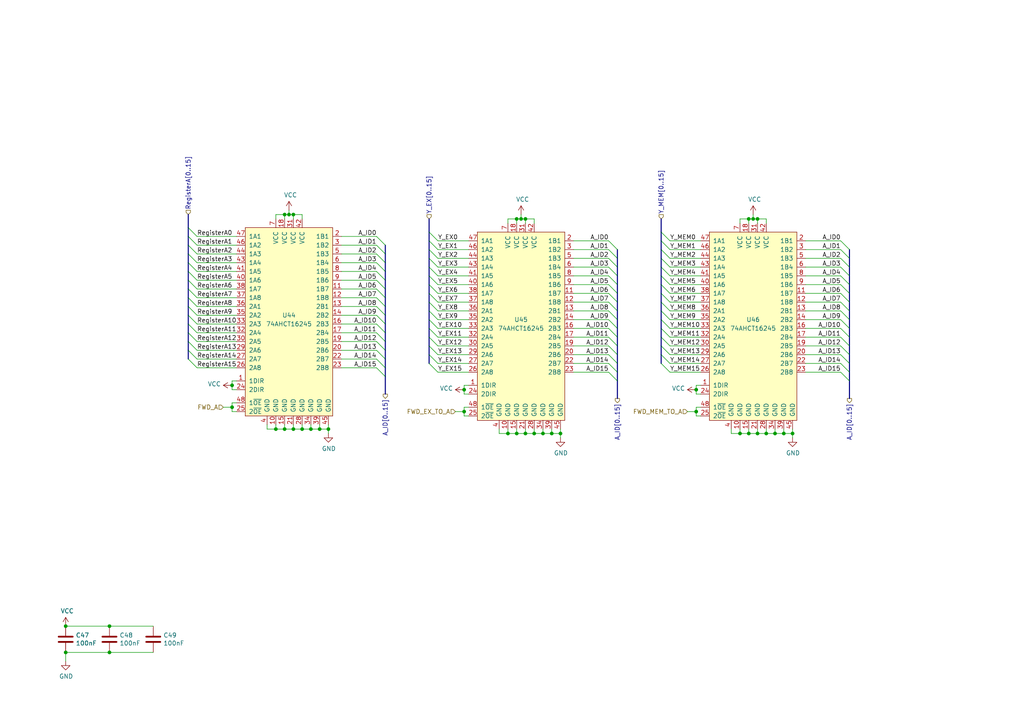
<source format=kicad_sch>
(kicad_sch (version 20211123) (generator eeschema)
  (paper "A4")
  (title_block (date "2022-04-23") (rev "C"))
  (lib_symbols
    (symbol "74xx (kicad5):74AHCT16245_ab" (pin_names (offset 1.016))
      (property "Reference" "U" (at 0 1.27 0))
      (property "Value" "74AHCT16245_ab" (at 0 -1.27 0))
      (symbol "74AHCT16245_ab_0_1"
        (rectangle (start -12.7 26.67) (end 12.7 -27.94) (fill (type background)))
      )
      (symbol "74AHCT16245_ab_1_1"
        (pin input line (at -15.24 -17.78 0) (length 2.54) (name "1DIR") (number "1"))
        (pin power_in line (at -3.81 -30.48 90) (length 2.54) (name "GND") (number "10"))
        (pin tri_state line (at 15.24 8.89 180) (length 2.54) (name "1B7") (number "11"))
        (pin tri_state line (at 15.24 6.35 180) (length 2.54) (name "1B8") (number "12"))
        (pin tri_state line (at 15.24 3.81 180) (length 2.54) (name "2B1") (number "13"))
        (pin tri_state line (at 15.24 1.27 180) (length 2.54) (name "2B2") (number "14"))
        (pin power_in line (at -1.27 -30.48 90) (length 2.54) (name "GND") (number "15"))
        (pin tri_state line (at 15.24 -1.27 180) (length 2.54) (name "2B3") (number "16"))
        (pin tri_state line (at 15.24 -3.81 180) (length 2.54) (name "2B4") (number "17"))
        (pin power_in line (at -1.27 29.21 270) (length 2.54) (name "VCC") (number "18"))
        (pin tri_state line (at 15.24 -6.35 180) (length 2.54) (name "2B5") (number "19"))
        (pin tri_state line (at 15.24 24.13 180) (length 2.54) (name "1B1") (number "2"))
        (pin tri_state line (at 15.24 -8.89 180) (length 2.54) (name "2B6") (number "20"))
        (pin power_in line (at 1.27 -30.48 90) (length 2.54) (name "GND") (number "21"))
        (pin tri_state line (at 15.24 -11.43 180) (length 2.54) (name "2B7") (number "22"))
        (pin tri_state line (at 15.24 -13.97 180) (length 2.54) (name "2B8") (number "23"))
        (pin input line (at -15.24 -20.32 0) (length 2.54) (name "2DIR") (number "24"))
        (pin input line (at -15.24 -26.67 0) (length 2.54) (name "2~{OE}") (number "25"))
        (pin input line (at -15.24 -13.97 0) (length 2.54) (name "2A8") (number "26"))
        (pin input line (at -15.24 -11.43 0) (length 2.54) (name "2A7") (number "27"))
        (pin power_in line (at 3.81 -30.48 90) (length 2.54) (name "GND") (number "28"))
        (pin input line (at -15.24 -8.89 0) (length 2.54) (name "2A6") (number "29"))
        (pin tri_state line (at 15.24 21.59 180) (length 2.54) (name "1B2") (number "3"))
        (pin input line (at -15.24 -6.35 0) (length 2.54) (name "2A5") (number "30"))
        (pin power_in line (at 1.27 29.21 270) (length 2.54) (name "VCC") (number "31"))
        (pin input line (at -15.24 -3.81 0) (length 2.54) (name "2A4") (number "32"))
        (pin input line (at -15.24 -1.27 0) (length 2.54) (name "2A3") (number "33"))
        (pin power_in line (at 6.35 -30.48 90) (length 2.54) (name "GND") (number "34"))
        (pin input line (at -15.24 1.27 0) (length 2.54) (name "2A2") (number "35"))
        (pin input line (at -15.24 3.81 0) (length 2.54) (name "2A1") (number "36"))
        (pin input line (at -15.24 6.35 0) (length 2.54) (name "1A8") (number "37"))
        (pin input line (at -15.24 8.89 0) (length 2.54) (name "1A7") (number "38"))
        (pin power_in line (at 8.89 -30.48 90) (length 2.54) (name "GND") (number "39"))
        (pin power_in line (at -6.35 -30.48 90) (length 2.54) (name "GND") (number "4"))
        (pin input line (at -15.24 11.43 0) (length 2.54) (name "1A6") (number "40"))
        (pin input line (at -15.24 13.97 0) (length 2.54) (name "1A5") (number "41"))
        (pin power_in line (at 3.81 29.21 270) (length 2.54) (name "VCC") (number "42"))
        (pin input line (at -15.24 16.51 0) (length 2.54) (name "1A4") (number "43"))
        (pin input line (at -15.24 19.05 0) (length 2.54) (name "1A3") (number "44"))
        (pin power_in line (at 11.43 -30.48 90) (length 2.54) (name "GND") (number "45"))
        (pin input line (at -15.24 21.59 0) (length 2.54) (name "1A2") (number "46"))
        (pin input line (at -15.24 24.13 0) (length 2.54) (name "1A1") (number "47"))
        (pin input line (at -15.24 -24.13 0) (length 2.54) (name "1~{OE}") (number "48"))
        (pin tri_state line (at 15.24 19.05 180) (length 2.54) (name "1B3") (number "5"))
        (pin tri_state line (at 15.24 16.51 180) (length 2.54) (name "1B4") (number "6"))
        (pin power_in line (at -3.81 29.21 270) (length 2.54) (name "VCC") (number "7"))
        (pin tri_state line (at 15.24 13.97 180) (length 2.54) (name "1B5") (number "8"))
        (pin tri_state line (at 15.24 11.43 180) (length 2.54) (name "1B6") (number "9"))
      )
    )
    (symbol "Device:C" (pin_numbers hide) (pin_names (offset 0.254))
      (property "Reference" "C" (at 0.635 2.54 0))
      (property "Value" "C" (at 0.635 -2.54 0))
      (symbol "C_0_1"
        (polyline (pts (xy -2.032 -0.762) (xy 2.032 -0.762)) (stroke (width 0.508)))
        (polyline (pts (xy -2.032 0.762) (xy 2.032 0.762)) (stroke (width 0.508)))
      )
      (symbol "C_1_1"
        (pin passive line (at 0 3.81 270) (length 2.794) (name "~") (number "1"))
        (pin passive line (at 0 -3.81 90) (length 2.794) (name "~") (number "2"))
      )
    )
    (symbol "power:GND" (power) (pin_names (offset 0))
      (property "Value" "GND" (at 0 -3.81 0))
      (symbol "GND_0_1"
        (polyline (pts (xy 0 0) (xy 0 -1.27) (xy 1.27 -1.27) (xy 0 -2.54) (xy -1.27 -1.27) (xy 0 -1.27)))
      )
      (symbol "GND_1_1"
        (pin power_in line (at 0 0 270) (length 0) hide (name "GND") (number "1"))
      )
    )
    (symbol "power:VCC" (power) (pin_names (offset 0))
      (property "Value" "VCC" (at 0 3.81 0))
      (symbol "VCC_0_1"
        (polyline (pts (xy -0.762 1.27) (xy 0 2.54)))
        (polyline (pts (xy 0 0) (xy 0 2.54)))
        (polyline (pts (xy 0 2.54) (xy 0.762 1.27)))
      )
      (symbol "VCC_1_1"
        (pin power_in line (at 0 0 90) (length 0) hide (name "VCC") (number "1"))
      )
    )
  )
  (junction (at 219.71 125.73))
  (junction (at 152.4 63.5))
  (junction (at 134.62 119.38))
  (junction (at 154.94 125.73))
  (junction (at 80.01 124.46))
  (junction (at 217.17 125.73))
  (junction (at 147.32 125.73))
  (junction (at 217.17 63.5))
  (junction (at 134.62 113.03))
  (junction (at 160.02 125.73))
  (junction (at 83.82 62.23))
  (junction (at 151.13 63.5))
  (junction (at 227.33 125.73))
  (junction (at 82.55 62.23))
  (junction (at 67.31 111.76))
  (junction (at 19.05 181.61))
  (junction (at 224.79 125.73))
  (junction (at 152.4 125.73))
  (junction (at 149.86 63.5))
  (junction (at 162.56 125.73))
  (junction (at 214.63 125.73))
  (junction (at 31.75 181.61))
  (junction (at 201.93 113.03))
  (junction (at 85.09 124.46))
  (junction (at 229.87 125.73))
  (junction (at 92.71 124.46))
  (junction (at 222.25 125.73))
  (junction (at 90.17 124.46))
  (junction (at 201.93 119.38))
  (junction (at 95.25 124.46))
  (junction (at 67.31 118.11))
  (junction (at 219.71 63.5))
  (junction (at 19.05 189.23))
  (junction (at 87.63 124.46))
  (junction (at 82.55 124.46))
  (junction (at 218.44 63.5))
  (junction (at 31.75 189.23))
  (junction (at 149.86 125.73))
  (junction (at 85.09 62.23))
  (junction (at 157.48 125.73))
  (bus_entry (at 194.31 95.25) (size -2.54 -2.54))
  (bus_entry (at 176.53 77.47) (size 2.54 2.54))
  (bus_entry (at 243.84 77.47) (size 2.54 2.54))
  (bus_entry (at 54.61 73.66) (size 2.54 2.54))
  (bus_entry (at 243.84 107.95) (size 2.54 2.54))
  (bus_entry (at 54.61 86.36) (size 2.54 2.54))
  (bus_entry (at 176.53 80.01) (size 2.54 2.54))
  (bus_entry (at 109.22 106.68) (size 2.54 2.54))
  (bus_entry (at 243.84 95.25) (size 2.54 2.54))
  (bus_entry (at 109.22 93.98) (size 2.54 2.54))
  (bus_entry (at 127 85.09) (size -2.54 -2.54))
  (bus_entry (at 176.53 85.09) (size 2.54 2.54))
  (bus_entry (at 127 95.25) (size -2.54 -2.54))
  (bus_entry (at 109.22 96.52) (size 2.54 2.54))
  (bus_entry (at 194.31 107.95) (size -2.54 -2.54))
  (bus_entry (at 109.22 68.58) (size 2.54 2.54))
  (bus_entry (at 194.31 69.85) (size -2.54 -2.54))
  (bus_entry (at 243.84 97.79) (size 2.54 2.54))
  (bus_entry (at 194.31 90.17) (size -2.54 -2.54))
  (bus_entry (at 243.84 100.33) (size 2.54 2.54))
  (bus_entry (at 127 102.87) (size -2.54 -2.54))
  (bus_entry (at 127 87.63) (size -2.54 -2.54))
  (bus_entry (at 54.61 93.98) (size 2.54 2.54))
  (bus_entry (at 176.53 69.85) (size 2.54 2.54))
  (bus_entry (at 194.31 74.93) (size -2.54 -2.54))
  (bus_entry (at 243.84 74.93) (size 2.54 2.54))
  (bus_entry (at 176.53 72.39) (size 2.54 2.54))
  (bus_entry (at 109.22 91.44) (size 2.54 2.54))
  (bus_entry (at 127 90.17) (size -2.54 -2.54))
  (bus_entry (at 194.31 72.39) (size -2.54 -2.54))
  (bus_entry (at 176.53 90.17) (size 2.54 2.54))
  (bus_entry (at 127 77.47) (size -2.54 -2.54))
  (bus_entry (at 243.84 105.41) (size 2.54 2.54))
  (bus_entry (at 127 80.01) (size -2.54 -2.54))
  (bus_entry (at 54.61 91.44) (size 2.54 2.54))
  (bus_entry (at 243.84 69.85) (size 2.54 2.54))
  (bus_entry (at 176.53 100.33) (size 2.54 2.54))
  (bus_entry (at 194.31 105.41) (size -2.54 -2.54))
  (bus_entry (at 243.84 82.55) (size 2.54 2.54))
  (bus_entry (at 54.61 68.58) (size 2.54 2.54))
  (bus_entry (at 194.31 102.87) (size -2.54 -2.54))
  (bus_entry (at 109.22 76.2) (size 2.54 2.54))
  (bus_entry (at 127 92.71) (size -2.54 -2.54))
  (bus_entry (at 194.31 100.33) (size -2.54 -2.54))
  (bus_entry (at 54.61 104.14) (size 2.54 2.54))
  (bus_entry (at 243.84 90.17) (size 2.54 2.54))
  (bus_entry (at 54.61 76.2) (size 2.54 2.54))
  (bus_entry (at 127 100.33) (size -2.54 -2.54))
  (bus_entry (at 194.31 85.09) (size -2.54 -2.54))
  (bus_entry (at 54.61 83.82) (size 2.54 2.54))
  (bus_entry (at 176.53 87.63) (size 2.54 2.54))
  (bus_entry (at 127 74.93) (size -2.54 -2.54))
  (bus_entry (at 176.53 92.71) (size 2.54 2.54))
  (bus_entry (at 176.53 82.55) (size 2.54 2.54))
  (bus_entry (at 127 97.79) (size -2.54 -2.54))
  (bus_entry (at 194.31 77.47) (size -2.54 -2.54))
  (bus_entry (at 194.31 82.55) (size -2.54 -2.54))
  (bus_entry (at 109.22 78.74) (size 2.54 2.54))
  (bus_entry (at 127 105.41) (size -2.54 -2.54))
  (bus_entry (at 109.22 83.82) (size 2.54 2.54))
  (bus_entry (at 109.22 81.28) (size 2.54 2.54))
  (bus_entry (at 243.84 92.71) (size 2.54 2.54))
  (bus_entry (at 109.22 99.06) (size 2.54 2.54))
  (bus_entry (at 194.31 87.63) (size -2.54 -2.54))
  (bus_entry (at 127 69.85) (size -2.54 -2.54))
  (bus_entry (at 194.31 97.79) (size -2.54 -2.54))
  (bus_entry (at 127 107.95) (size -2.54 -2.54))
  (bus_entry (at 127 72.39) (size -2.54 -2.54))
  (bus_entry (at 176.53 105.41) (size 2.54 2.54))
  (bus_entry (at 54.61 66.04) (size 2.54 2.54))
  (bus_entry (at 54.61 101.6) (size 2.54 2.54))
  (bus_entry (at 176.53 97.79) (size 2.54 2.54))
  (bus_entry (at 176.53 102.87) (size 2.54 2.54))
  (bus_entry (at 109.22 71.12) (size 2.54 2.54))
  (bus_entry (at 109.22 101.6) (size 2.54 2.54))
  (bus_entry (at 54.61 96.52) (size 2.54 2.54))
  (bus_entry (at 194.31 92.71) (size -2.54 -2.54))
  (bus_entry (at 54.61 88.9) (size 2.54 2.54))
  (bus_entry (at 243.84 80.01) (size 2.54 2.54))
  (bus_entry (at 194.31 80.01) (size -2.54 -2.54))
  (bus_entry (at 109.22 88.9) (size 2.54 2.54))
  (bus_entry (at 176.53 107.95) (size 2.54 2.54))
  (bus_entry (at 243.84 72.39) (size 2.54 2.54))
  (bus_entry (at 243.84 85.09) (size 2.54 2.54))
  (bus_entry (at 54.61 81.28) (size 2.54 2.54))
  (bus_entry (at 243.84 87.63) (size 2.54 2.54))
  (bus_entry (at 243.84 102.87) (size 2.54 2.54))
  (bus_entry (at 176.53 74.93) (size 2.54 2.54))
  (bus_entry (at 54.61 78.74) (size 2.54 2.54))
  (bus_entry (at 127 82.55) (size -2.54 -2.54))
  (bus_entry (at 109.22 86.36) (size 2.54 2.54))
  (bus_entry (at 54.61 99.06) (size 2.54 2.54))
  (bus_entry (at 176.53 95.25) (size 2.54 2.54))
  (bus_entry (at 109.22 73.66) (size 2.54 2.54))
  (bus_entry (at 109.22 104.14) (size 2.54 2.54))
  (bus_entry (at 54.61 71.12) (size 2.54 2.54))
  (wire (pts (xy 77.47 124.46) (xy 80.01 124.46)))
  (wire (pts (xy 67.31 118.11) (xy 64.77 118.11)))
  (wire (pts (xy 87.63 62.23) (xy 87.63 63.5)))
  (wire (pts (xy 80.01 123.19) (xy 80.01 124.46)))
  (wire (pts (xy 224.79 125.73) (xy 227.33 125.73)))
  (wire (pts (xy 176.53 95.25) (xy 166.37 95.25)))
  (bus (pts (xy 124.46 85.09) (xy 124.46 87.63)))
  (wire (pts (xy 218.44 62.23) (xy 218.44 63.5)))
  (bus (pts (xy 246.38 95.25) (xy 246.38 97.79)))
  (bus (pts (xy 179.07 72.39) (xy 179.07 74.93)))
  (wire (pts (xy 243.84 95.25) (xy 233.68 95.25)))
  (wire (pts (xy 212.09 124.46) (xy 212.09 125.73)))
  (wire (pts (xy 194.31 100.33) (xy 203.2 100.33)))
  (wire (pts (xy 57.15 83.82) (xy 68.58 83.82)))
  (bus (pts (xy 191.77 85.09) (xy 191.77 87.63)))
  (wire (pts (xy 57.15 68.58) (xy 68.58 68.58)))
  (wire (pts (xy 109.22 101.6) (xy 99.06 101.6)))
  (wire (pts (xy 57.15 73.66) (xy 68.58 73.66)))
  (bus (pts (xy 54.61 88.9) (xy 54.61 91.44)))
  (bus (pts (xy 191.77 95.25) (xy 191.77 97.79)))
  (wire (pts (xy 109.22 86.36) (xy 99.06 86.36)))
  (wire (pts (xy 127 97.79) (xy 135.89 97.79)))
  (wire (pts (xy 214.63 63.5) (xy 217.17 63.5)))
  (bus (pts (xy 54.61 68.58) (xy 54.61 71.12)))
  (wire (pts (xy 80.01 62.23) (xy 82.55 62.23)))
  (wire (pts (xy 92.71 124.46) (xy 92.71 123.19)))
  (wire (pts (xy 57.15 88.9) (xy 68.58 88.9)))
  (bus (pts (xy 179.07 85.09) (xy 179.07 87.63)))
  (bus (pts (xy 54.61 86.36) (xy 54.61 88.9)))
  (wire (pts (xy 151.13 62.23) (xy 151.13 63.5)))
  (wire (pts (xy 201.93 118.11) (xy 201.93 119.38)))
  (wire (pts (xy 147.32 64.77) (xy 147.32 63.5)))
  (bus (pts (xy 246.38 105.41) (xy 246.38 107.95)))
  (wire (pts (xy 82.55 62.23) (xy 83.82 62.23)))
  (wire (pts (xy 201.93 113.03) (xy 201.93 114.3)))
  (wire (pts (xy 80.01 63.5) (xy 80.01 62.23)))
  (wire (pts (xy 85.09 124.46) (xy 85.09 123.19)))
  (wire (pts (xy 67.31 110.49) (xy 67.31 111.76)))
  (wire (pts (xy 134.62 119.38) (xy 134.62 120.65)))
  (wire (pts (xy 67.31 111.76) (xy 67.31 113.03)))
  (bus (pts (xy 124.46 67.31) (xy 124.46 69.85)))
  (wire (pts (xy 83.82 60.96) (xy 83.82 62.23)))
  (wire (pts (xy 151.13 63.5) (xy 152.4 63.5)))
  (bus (pts (xy 246.38 102.87) (xy 246.38 105.41)))
  (wire (pts (xy 217.17 125.73) (xy 219.71 125.73)))
  (bus (pts (xy 111.76 76.2) (xy 111.76 78.74)))
  (wire (pts (xy 214.63 124.46) (xy 214.63 125.73)))
  (wire (pts (xy 19.05 191.77) (xy 19.05 189.23)))
  (wire (pts (xy 80.01 124.46) (xy 82.55 124.46)))
  (bus (pts (xy 124.46 92.71) (xy 124.46 95.25)))
  (bus (pts (xy 191.77 102.87) (xy 191.77 105.41)))
  (bus (pts (xy 179.07 105.41) (xy 179.07 107.95)))
  (wire (pts (xy 134.62 118.11) (xy 134.62 119.38)))
  (wire (pts (xy 176.53 82.55) (xy 166.37 82.55)))
  (bus (pts (xy 191.77 100.33) (xy 191.77 102.87)))
  (bus (pts (xy 124.46 102.87) (xy 124.46 105.41)))
  (wire (pts (xy 109.22 104.14) (xy 99.06 104.14)))
  (wire (pts (xy 90.17 124.46) (xy 87.63 124.46)))
  (wire (pts (xy 224.79 125.73) (xy 222.25 125.73)))
  (wire (pts (xy 154.94 63.5) (xy 154.94 64.77)))
  (bus (pts (xy 111.76 96.52) (xy 111.76 99.06)))
  (wire (pts (xy 222.25 63.5) (xy 222.25 64.77)))
  (wire (pts (xy 243.84 74.93) (xy 233.68 74.93)))
  (bus (pts (xy 179.07 82.55) (xy 179.07 85.09)))
  (wire (pts (xy 109.22 99.06) (xy 99.06 99.06)))
  (wire (pts (xy 57.15 91.44) (xy 68.58 91.44)))
  (wire (pts (xy 109.22 71.12) (xy 99.06 71.12)))
  (bus (pts (xy 246.38 80.01) (xy 246.38 82.55)))
  (wire (pts (xy 90.17 124.46) (xy 90.17 123.19)))
  (bus (pts (xy 124.46 63.5) (xy 124.46 67.31)))
  (bus (pts (xy 54.61 99.06) (xy 54.61 101.6)))
  (wire (pts (xy 92.71 124.46) (xy 95.25 124.46)))
  (wire (pts (xy 243.84 102.87) (xy 233.68 102.87)))
  (wire (pts (xy 243.84 92.71) (xy 233.68 92.71)))
  (wire (pts (xy 134.62 111.76) (xy 134.62 113.03)))
  (wire (pts (xy 194.31 69.85) (xy 203.2 69.85)))
  (bus (pts (xy 191.77 97.79) (xy 191.77 100.33)))
  (bus (pts (xy 246.38 92.71) (xy 246.38 95.25)))
  (wire (pts (xy 176.53 90.17) (xy 166.37 90.17)))
  (bus (pts (xy 179.07 102.87) (xy 179.07 105.41)))
  (bus (pts (xy 246.38 85.09) (xy 246.38 87.63)))
  (wire (pts (xy 109.22 83.82) (xy 99.06 83.82)))
  (wire (pts (xy 87.63 124.46) (xy 85.09 124.46)))
  (bus (pts (xy 111.76 106.68) (xy 111.76 109.22)))
  (bus (pts (xy 111.76 73.66) (xy 111.76 76.2)))
  (wire (pts (xy 176.53 77.47) (xy 166.37 77.47)))
  (wire (pts (xy 201.93 111.76) (xy 201.93 113.03)))
  (wire (pts (xy 134.62 120.65) (xy 135.89 120.65)))
  (wire (pts (xy 85.09 62.23) (xy 87.63 62.23)))
  (wire (pts (xy 176.53 107.95) (xy 166.37 107.95)))
  (wire (pts (xy 194.31 90.17) (xy 203.2 90.17)))
  (wire (pts (xy 201.93 119.38) (xy 201.93 120.65)))
  (wire (pts (xy 147.32 63.5) (xy 149.86 63.5)))
  (wire (pts (xy 134.62 119.38) (xy 132.08 119.38)))
  (wire (pts (xy 149.86 124.46) (xy 149.86 125.73)))
  (wire (pts (xy 44.45 189.23) (xy 31.75 189.23)))
  (wire (pts (xy 77.47 123.19) (xy 77.47 124.46)))
  (wire (pts (xy 222.25 125.73) (xy 219.71 125.73)))
  (wire (pts (xy 229.87 125.73) (xy 229.87 124.46)))
  (bus (pts (xy 111.76 71.12) (xy 111.76 73.66)))
  (wire (pts (xy 219.71 64.77) (xy 219.71 63.5)))
  (bus (pts (xy 124.46 87.63) (xy 124.46 90.17)))
  (wire (pts (xy 152.4 63.5) (xy 154.94 63.5)))
  (wire (pts (xy 243.84 107.95) (xy 233.68 107.95)))
  (bus (pts (xy 246.38 72.39) (xy 246.38 74.93)))
  (wire (pts (xy 243.84 85.09) (xy 233.68 85.09)))
  (bus (pts (xy 111.76 99.06) (xy 111.76 101.6)))
  (bus (pts (xy 54.61 62.23) (xy 54.61 66.04)))
  (bus (pts (xy 179.07 87.63) (xy 179.07 90.17)))
  (wire (pts (xy 243.84 105.41) (xy 233.68 105.41)))
  (wire (pts (xy 157.48 125.73) (xy 154.94 125.73)))
  (wire (pts (xy 176.53 97.79) (xy 166.37 97.79)))
  (wire (pts (xy 154.94 125.73) (xy 152.4 125.73)))
  (wire (pts (xy 194.31 72.39) (xy 203.2 72.39)))
  (wire (pts (xy 127 72.39) (xy 135.89 72.39)))
  (bus (pts (xy 111.76 91.44) (xy 111.76 93.98)))
  (wire (pts (xy 219.71 63.5) (xy 222.25 63.5)))
  (bus (pts (xy 54.61 91.44) (xy 54.61 93.98)))
  (bus (pts (xy 124.46 82.55) (xy 124.46 85.09)))
  (wire (pts (xy 154.94 125.73) (xy 154.94 124.46)))
  (wire (pts (xy 176.53 105.41) (xy 166.37 105.41)))
  (wire (pts (xy 160.02 125.73) (xy 160.02 124.46)))
  (bus (pts (xy 54.61 71.12) (xy 54.61 73.66)))
  (bus (pts (xy 111.76 81.28) (xy 111.76 83.82)))
  (bus (pts (xy 111.76 88.9) (xy 111.76 91.44)))
  (wire (pts (xy 57.15 96.52) (xy 68.58 96.52)))
  (wire (pts (xy 194.31 80.01) (xy 203.2 80.01)))
  (bus (pts (xy 246.38 82.55) (xy 246.38 85.09)))
  (bus (pts (xy 246.38 110.49) (xy 246.38 115.57)))
  (bus (pts (xy 179.07 77.47) (xy 179.07 80.01)))
  (wire (pts (xy 90.17 124.46) (xy 92.71 124.46)))
  (wire (pts (xy 127 80.01) (xy 135.89 80.01)))
  (wire (pts (xy 67.31 116.84) (xy 67.31 118.11)))
  (bus (pts (xy 246.38 90.17) (xy 246.38 92.71)))
  (wire (pts (xy 219.71 125.73) (xy 219.71 124.46)))
  (wire (pts (xy 147.32 124.46) (xy 147.32 125.73)))
  (bus (pts (xy 246.38 97.79) (xy 246.38 100.33)))
  (wire (pts (xy 127 90.17) (xy 135.89 90.17)))
  (wire (pts (xy 135.89 118.11) (xy 134.62 118.11)))
  (bus (pts (xy 111.76 104.14) (xy 111.76 106.68)))
  (wire (pts (xy 227.33 125.73) (xy 229.87 125.73)))
  (wire (pts (xy 194.31 102.87) (xy 203.2 102.87)))
  (wire (pts (xy 147.32 125.73) (xy 149.86 125.73)))
  (wire (pts (xy 31.75 189.23) (xy 19.05 189.23)))
  (wire (pts (xy 67.31 113.03) (xy 68.58 113.03)))
  (wire (pts (xy 243.84 90.17) (xy 233.68 90.17)))
  (wire (pts (xy 127 92.71) (xy 135.89 92.71)))
  (bus (pts (xy 191.77 77.47) (xy 191.77 80.01)))
  (wire (pts (xy 67.31 119.38) (xy 68.58 119.38)))
  (wire (pts (xy 127 82.55) (xy 135.89 82.55)))
  (wire (pts (xy 149.86 125.73) (xy 152.4 125.73)))
  (wire (pts (xy 95.25 125.73) (xy 95.25 124.46)))
  (wire (pts (xy 109.22 76.2) (xy 99.06 76.2)))
  (bus (pts (xy 179.07 74.93) (xy 179.07 77.47)))
  (wire (pts (xy 176.53 80.01) (xy 166.37 80.01)))
  (bus (pts (xy 191.77 67.31) (xy 191.77 69.85)))
  (wire (pts (xy 243.84 97.79) (xy 233.68 97.79)))
  (wire (pts (xy 217.17 124.46) (xy 217.17 125.73)))
  (wire (pts (xy 109.22 88.9) (xy 99.06 88.9)))
  (wire (pts (xy 82.55 124.46) (xy 85.09 124.46)))
  (wire (pts (xy 176.53 69.85) (xy 166.37 69.85)))
  (bus (pts (xy 124.46 80.01) (xy 124.46 82.55)))
  (wire (pts (xy 157.48 125.73) (xy 160.02 125.73)))
  (wire (pts (xy 144.78 125.73) (xy 147.32 125.73)))
  (bus (pts (xy 179.07 100.33) (xy 179.07 102.87)))
  (wire (pts (xy 160.02 125.73) (xy 162.56 125.73)))
  (wire (pts (xy 194.31 92.71) (xy 203.2 92.71)))
  (wire (pts (xy 127 107.95) (xy 135.89 107.95)))
  (bus (pts (xy 111.76 109.22) (xy 111.76 114.3)))
  (wire (pts (xy 68.58 110.49) (xy 67.31 110.49)))
  (wire (pts (xy 57.15 81.28) (xy 68.58 81.28)))
  (bus (pts (xy 54.61 83.82) (xy 54.61 86.36)))
  (wire (pts (xy 212.09 125.73) (xy 214.63 125.73)))
  (bus (pts (xy 54.61 101.6) (xy 54.61 104.14)))
  (wire (pts (xy 227.33 125.73) (xy 227.33 124.46)))
  (wire (pts (xy 68.58 116.84) (xy 67.31 116.84)))
  (wire (pts (xy 95.25 124.46) (xy 95.25 123.19)))
  (bus (pts (xy 124.46 77.47) (xy 124.46 80.01)))
  (bus (pts (xy 246.38 74.93) (xy 246.38 77.47)))
  (wire (pts (xy 218.44 63.5) (xy 219.71 63.5)))
  (wire (pts (xy 109.22 68.58) (xy 99.06 68.58)))
  (bus (pts (xy 179.07 110.49) (xy 179.07 115.57)))
  (wire (pts (xy 162.56 127) (xy 162.56 125.73)))
  (bus (pts (xy 191.77 82.55) (xy 191.77 85.09)))
  (bus (pts (xy 246.38 77.47) (xy 246.38 80.01)))
  (wire (pts (xy 194.31 107.95) (xy 203.2 107.95)))
  (wire (pts (xy 224.79 125.73) (xy 224.79 124.46)))
  (wire (pts (xy 85.09 63.5) (xy 85.09 62.23)))
  (wire (pts (xy 19.05 181.61) (xy 31.75 181.61)))
  (wire (pts (xy 229.87 127) (xy 229.87 125.73)))
  (wire (pts (xy 134.62 113.03) (xy 134.62 114.3)))
  (wire (pts (xy 57.15 76.2) (xy 68.58 76.2)))
  (wire (pts (xy 127 87.63) (xy 135.89 87.63)))
  (wire (pts (xy 176.53 74.93) (xy 166.37 74.93)))
  (wire (pts (xy 57.15 78.74) (xy 68.58 78.74)))
  (wire (pts (xy 176.53 87.63) (xy 166.37 87.63)))
  (wire (pts (xy 82.55 123.19) (xy 82.55 124.46)))
  (bus (pts (xy 111.76 83.82) (xy 111.76 86.36)))
  (wire (pts (xy 127 95.25) (xy 135.89 95.25)))
  (bus (pts (xy 191.77 90.17) (xy 191.77 92.71)))
  (wire (pts (xy 243.84 100.33) (xy 233.68 100.33)))
  (wire (pts (xy 243.84 82.55) (xy 233.68 82.55)))
  (wire (pts (xy 203.2 111.76) (xy 201.93 111.76)))
  (wire (pts (xy 194.31 85.09) (xy 203.2 85.09)))
  (wire (pts (xy 214.63 125.73) (xy 217.17 125.73)))
  (bus (pts (xy 191.77 63.5) (xy 191.77 67.31)))
  (bus (pts (xy 179.07 107.95) (xy 179.07 110.49)))
  (bus (pts (xy 191.77 72.39) (xy 191.77 74.93)))
  (wire (pts (xy 194.31 87.63) (xy 203.2 87.63)))
  (wire (pts (xy 135.89 111.76) (xy 134.62 111.76)))
  (bus (pts (xy 124.46 97.79) (xy 124.46 100.33)))
  (bus (pts (xy 54.61 93.98) (xy 54.61 96.52)))
  (bus (pts (xy 111.76 101.6) (xy 111.76 104.14)))
  (wire (pts (xy 31.75 181.61) (xy 44.45 181.61)))
  (wire (pts (xy 127 74.93) (xy 135.89 74.93)))
  (wire (pts (xy 109.22 81.28) (xy 99.06 81.28)))
  (bus (pts (xy 124.46 95.25) (xy 124.46 97.79)))
  (wire (pts (xy 67.31 118.11) (xy 67.31 119.38)))
  (bus (pts (xy 179.07 90.17) (xy 179.07 92.71)))
  (bus (pts (xy 124.46 90.17) (xy 124.46 92.71)))
  (wire (pts (xy 134.62 114.3) (xy 135.89 114.3)))
  (wire (pts (xy 214.63 64.77) (xy 214.63 63.5)))
  (wire (pts (xy 201.93 119.38) (xy 199.39 119.38)))
  (wire (pts (xy 176.53 100.33) (xy 166.37 100.33)))
  (bus (pts (xy 111.76 93.98) (xy 111.76 96.52)))
  (bus (pts (xy 191.77 92.71) (xy 191.77 95.25)))
  (wire (pts (xy 109.22 78.74) (xy 99.06 78.74)))
  (bus (pts (xy 124.46 74.93) (xy 124.46 77.47)))
  (wire (pts (xy 82.55 63.5) (xy 82.55 62.23)))
  (wire (pts (xy 109.22 93.98) (xy 99.06 93.98)))
  (wire (pts (xy 109.22 106.68) (xy 99.06 106.68)))
  (bus (pts (xy 54.61 73.66) (xy 54.61 76.2)))
  (wire (pts (xy 127 102.87) (xy 135.89 102.87)))
  (bus (pts (xy 191.77 69.85) (xy 191.77 72.39)))
  (wire (pts (xy 203.2 118.11) (xy 201.93 118.11)))
  (wire (pts (xy 57.15 101.6) (xy 68.58 101.6)))
  (wire (pts (xy 194.31 77.47) (xy 203.2 77.47)))
  (wire (pts (xy 149.86 63.5) (xy 151.13 63.5)))
  (wire (pts (xy 194.31 97.79) (xy 203.2 97.79)))
  (bus (pts (xy 54.61 66.04) (xy 54.61 68.58)))
  (bus (pts (xy 179.07 80.01) (xy 179.07 82.55)))
  (wire (pts (xy 57.15 71.12) (xy 68.58 71.12)))
  (wire (pts (xy 57.15 106.68) (xy 68.58 106.68)))
  (bus (pts (xy 191.77 80.01) (xy 191.77 82.55)))
  (wire (pts (xy 162.56 125.73) (xy 162.56 124.46)))
  (wire (pts (xy 194.31 82.55) (xy 203.2 82.55)))
  (bus (pts (xy 54.61 76.2) (xy 54.61 78.74)))
  (wire (pts (xy 176.53 85.09) (xy 166.37 85.09)))
  (wire (pts (xy 144.78 124.46) (xy 144.78 125.73)))
  (bus (pts (xy 179.07 92.71) (xy 179.07 95.25)))
  (wire (pts (xy 152.4 64.77) (xy 152.4 63.5)))
  (wire (pts (xy 127 77.47) (xy 135.89 77.47)))
  (wire (pts (xy 57.15 86.36) (xy 68.58 86.36)))
  (wire (pts (xy 127 85.09) (xy 135.89 85.09)))
  (wire (pts (xy 176.53 102.87) (xy 166.37 102.87)))
  (bus (pts (xy 54.61 96.52) (xy 54.61 99.06)))
  (bus (pts (xy 246.38 107.95) (xy 246.38 110.49)))
  (wire (pts (xy 243.84 80.01) (xy 233.68 80.01)))
  (wire (pts (xy 176.53 72.39) (xy 166.37 72.39)))
  (wire (pts (xy 157.48 125.73) (xy 157.48 124.46)))
  (wire (pts (xy 83.82 62.23) (xy 85.09 62.23)))
  (wire (pts (xy 127 100.33) (xy 135.89 100.33)))
  (bus (pts (xy 191.77 87.63) (xy 191.77 90.17)))
  (wire (pts (xy 217.17 64.77) (xy 217.17 63.5)))
  (wire (pts (xy 201.93 120.65) (xy 203.2 120.65)))
  (wire (pts (xy 217.17 63.5) (xy 218.44 63.5)))
  (wire (pts (xy 243.84 77.47) (xy 233.68 77.47)))
  (bus (pts (xy 191.77 74.93) (xy 191.77 77.47)))
  (wire (pts (xy 194.31 74.93) (xy 203.2 74.93)))
  (bus (pts (xy 54.61 81.28) (xy 54.61 83.82)))
  (wire (pts (xy 109.22 73.66) (xy 99.06 73.66)))
  (wire (pts (xy 243.84 72.39) (xy 233.68 72.39)))
  (wire (pts (xy 222.25 125.73) (xy 222.25 124.46)))
  (wire (pts (xy 176.53 92.71) (xy 166.37 92.71)))
  (bus (pts (xy 111.76 78.74) (xy 111.76 81.28)))
  (wire (pts (xy 194.31 105.41) (xy 203.2 105.41)))
  (wire (pts (xy 194.31 95.25) (xy 203.2 95.25)))
  (wire (pts (xy 109.22 96.52) (xy 99.06 96.52)))
  (wire (pts (xy 127 105.41) (xy 135.89 105.41)))
  (wire (pts (xy 87.63 124.46) (xy 87.63 123.19)))
  (wire (pts (xy 243.84 69.85) (xy 233.68 69.85)))
  (wire (pts (xy 57.15 104.14) (xy 68.58 104.14)))
  (wire (pts (xy 57.15 99.06) (xy 68.58 99.06)))
  (bus (pts (xy 246.38 100.33) (xy 246.38 102.87)))
  (bus (pts (xy 124.46 100.33) (xy 124.46 102.87)))
  (bus (pts (xy 179.07 97.79) (xy 179.07 100.33)))
  (wire (pts (xy 127 69.85) (xy 135.89 69.85)))
  (wire (pts (xy 149.86 64.77) (xy 149.86 63.5)))
  (bus (pts (xy 54.61 78.74) (xy 54.61 81.28)))
  (wire (pts (xy 201.93 114.3) (xy 203.2 114.3)))
  (bus (pts (xy 246.38 87.63) (xy 246.38 90.17)))
  (wire (pts (xy 57.15 93.98) (xy 68.58 93.98)))
  (bus (pts (xy 111.76 86.36) (xy 111.76 88.9)))
  (wire (pts (xy 109.22 91.44) (xy 99.06 91.44)))
  (wire (pts (xy 243.84 87.63) (xy 233.68 87.63)))
  (wire (pts (xy 152.4 125.73) (xy 152.4 124.46)))
  (bus (pts (xy 124.46 72.39) (xy 124.46 74.93)))
  (bus (pts (xy 179.07 95.25) (xy 179.07 97.79)))
  (bus (pts (xy 124.46 69.85) (xy 124.46 72.39)))
  (label "RegisterA4" (at 57.15 78.74 0))
  (label "RegisterA3" (at 57.15 76.2 0))
  (label "RegisterA5" (at 57.15 81.28 0))
  (label "A_ID10" (at 176.53 95.25 180))
  (label "A_ID0" (at 176.53 69.85 180))
  (label "A_ID8" (at 176.53 90.17 180))
  (label "A_ID13" (at 243.84 102.87 180))
  (label "Y_MEM13" (at 194.31 102.87 0))
  (label "RegisterA8" (at 57.15 88.9 0))
  (label "Y_EX8" (at 127 90.17 0))
  (label "A_ID3" (at 176.53 77.47 180))
  (label "Y_MEM11" (at 194.31 97.79 0))
  (label "A_ID15" (at 109.22 106.68 180))
  (label "A_ID10" (at 243.84 95.25 180))
  (label "Y_MEM1" (at 194.31 72.39 0))
  (label "A_ID15" (at 176.53 107.95 180))
  (label "Y_MEM14" (at 194.31 105.41 0))
  (label "A_ID14" (at 243.84 105.41 180))
  (label "A_ID9" (at 109.22 91.44 180))
  (label "A_ID6" (at 109.22 83.82 180))
  (label "A_ID6" (at 176.53 85.09 180))
  (label "RegisterA0" (at 57.15 68.58 0))
  (label "A_ID9" (at 243.84 92.71 180))
  (label "RegisterA11" (at 57.15 96.52 0))
  (label "Y_EX10" (at 127 95.25 0))
  (label "Y_EX0" (at 127 69.85 0))
  (label "A_ID4" (at 243.84 80.01 180))
  (label "Y_EX4" (at 127 80.01 0))
  (label "Y_MEM4" (at 194.31 80.01 0))
  (label "Y_EX12" (at 127 100.33 0))
  (label "Y_EX5" (at 127 82.55 0))
  (label "A_ID1" (at 243.84 72.39 180))
  (label "A_ID3" (at 109.22 76.2 180))
  (label "A_ID12" (at 109.22 99.06 180))
  (label "A_ID2" (at 243.84 74.93 180))
  (label "A_ID13" (at 176.53 102.87 180))
  (label "A_ID1" (at 176.53 72.39 180))
  (label "Y_MEM8" (at 194.31 90.17 0))
  (label "Y_EX15" (at 127 107.95 0))
  (label "Y_EX11" (at 127 97.79 0))
  (label "A_ID7" (at 109.22 86.36 180))
  (label "A_ID2" (at 109.22 73.66 180))
  (label "Y_EX7" (at 127 87.63 0))
  (label "A_ID7" (at 243.84 87.63 180))
  (label "RegisterA7" (at 57.15 86.36 0))
  (label "Y_MEM7" (at 194.31 87.63 0))
  (label "Y_MEM9" (at 194.31 92.71 0))
  (label "Y_MEM15" (at 194.31 107.95 0))
  (label "A_ID1" (at 109.22 71.12 180))
  (label "RegisterA15" (at 57.15 106.68 0))
  (label "A_ID5" (at 243.84 82.55 180))
  (label "RegisterA6" (at 57.15 83.82 0))
  (label "A_ID6" (at 243.84 85.09 180))
  (label "RegisterA9" (at 57.15 91.44 0))
  (label "Y_EX1" (at 127 72.39 0))
  (label "Y_MEM2" (at 194.31 74.93 0))
  (label "A_ID13" (at 109.22 101.6 180))
  (label "A_ID11" (at 243.84 97.79 180))
  (label "Y_EX14" (at 127 105.41 0))
  (label "Y_EX9" (at 127 92.71 0))
  (label "A_ID5" (at 109.22 81.28 180))
  (label "Y_MEM0" (at 194.31 69.85 0))
  (label "A_ID0" (at 109.22 68.58 180))
  (label "Y_MEM6" (at 194.31 85.09 0))
  (label "A_ID0" (at 243.84 69.85 180))
  (label "Y_MEM12" (at 194.31 100.33 0))
  (label "RegisterA10" (at 57.15 93.98 0))
  (label "A_ID10" (at 109.22 93.98 180))
  (label "RegisterA2" (at 57.15 73.66 0))
  (label "A_ID4" (at 109.22 78.74 180))
  (label "RegisterA12" (at 57.15 99.06 0))
  (label "A_ID11" (at 176.53 97.79 180))
  (label "A_ID9" (at 176.53 92.71 180))
  (label "A_ID15" (at 243.84 107.95 180))
  (label "Y_MEM3" (at 194.31 77.47 0))
  (label "Y_EX13" (at 127 102.87 0))
  (label "Y_MEM5" (at 194.31 82.55 0))
  (label "Y_EX3" (at 127 77.47 0))
  (label "A_ID4" (at 176.53 80.01 180))
  (label "RegisterA1" (at 57.15 71.12 0))
  (label "Y_MEM10" (at 194.31 95.25 0))
  (label "A_ID11" (at 109.22 96.52 180))
  (label "A_ID12" (at 176.53 100.33 180))
  (label "RegisterA14" (at 57.15 104.14 0))
  (label "A_ID8" (at 243.84 90.17 180))
  (label "A_ID12" (at 243.84 100.33 180))
  (label "A_ID8" (at 109.22 88.9 180))
  (label "A_ID3" (at 243.84 77.47 180))
  (label "A_ID7" (at 176.53 87.63 180))
  (label "A_ID14" (at 109.22 104.14 180))
  (label "A_ID5" (at 176.53 82.55 180))
  (label "Y_EX6" (at 127 85.09 0))
  (label "Y_EX2" (at 127 74.93 0))
  (label "A_ID2" (at 176.53 74.93 180))
  (label "A_ID14" (at 176.53 105.41 180))
  (label "RegisterA13" (at 57.15 101.6 0))
  (hierarchical_label "RegisterA[0..15]" (shape input) (at 54.61 62.23 90))
  (hierarchical_label "Y_EX[0..15]" (shape input) (at 124.46 63.5 90))
  (hierarchical_label "FWD_EX_TO_A" (shape input) (at 132.08 119.38 180))
  (hierarchical_label "FWD_MEM_TO_A" (shape input) (at 199.39 119.38 180))
  (hierarchical_label "A_ID[0..15]" (shape output) (at 246.38 115.57 270))
  (hierarchical_label "A_ID[0..15]" (shape output) (at 111.76 114.3 270))
  (hierarchical_label "Y_MEM[0..15]" (shape input) (at 191.77 63.5 90))
  (hierarchical_label "FWD_A" (shape input) (at 64.77 118.11 180))
  (hierarchical_label "A_ID[0..15]" (shape output) (at 179.07 115.57 270))
  (symbol (lib_id "Device:C") (at 19.05 185.42 0) (unit 1)
    (property "Reference" "C47" (at 21.971 184.2516 0) (effects (justify left)))
    (property "Value" "100nF" (at 21.971 186.563 0) (effects (justify left)))
    (property "Footprint" "Capacitor_SMD:C_0603_1608Metric_Pad1.08x0.95mm_HandSolder" (effects hide))
    (property "Mouser" "https://www.mouser.com/ProductDetail/963-EMK107B7104KAHT" (effects hide))
  )
  (symbol (lib_id "power:VCC") (at 67.31 111.76 90) (unit 1)
    (property "Reference" "#PWR0290" (effects hide))
    (property "Value" "VCC" (at 64.0842 111.379 90) (effects (justify left)))
  )
  (symbol (lib_id "power:GND") (at 229.87 127 0) (unit 1)
    (property "Reference" "#PWR0298" (effects hide))
    (property "Value" "GND" (at 229.997 131.3942 0))
  )
  (symbol (lib_id "power:VCC") (at 218.44 62.23 0) (unit 1)
    (property "Reference" "#PWR0297" (effects hide))
    (property "Value" "VCC" (at 218.8718 57.8358 0))
  )
  (symbol (lib_id "Device:C") (at 31.75 185.42 0) (unit 1)
    (property "Reference" "C48" (at 34.671 184.2516 0) (effects (justify left)))
    (property "Value" "100nF" (at 34.671 186.563 0) (effects (justify left)))
    (property "Footprint" "Capacitor_SMD:C_0603_1608Metric_Pad1.08x0.95mm_HandSolder" (effects hide))
    (property "Mouser" "https://www.mouser.com/ProductDetail/963-EMK107B7104KAHT" (effects hide))
  )
  (symbol (lib_id "power:VCC") (at 19.05 181.61 0) (unit 1)
    (property "Reference" "#PWR0288" (effects hide))
    (property "Value" "VCC" (at 19.4818 177.2158 0))
  )
  (symbol (lib_id "power:GND") (at 19.05 191.77 0) (unit 1)
    (property "Reference" "#PWR0289" (effects hide))
    (property "Value" "GND" (at 19.177 196.1642 0))
  )
  (symbol (lib_id "Device:C") (at 44.45 185.42 0) (unit 1)
    (property "Reference" "C49" (at 47.371 184.2516 0) (effects (justify left)))
    (property "Value" "100nF" (at 47.371 186.563 0) (effects (justify left)))
    (property "Footprint" "Capacitor_SMD:C_0603_1608Metric_Pad1.08x0.95mm_HandSolder" (effects hide))
    (property "Mouser" "https://www.mouser.com/ProductDetail/963-EMK107B7104KAHT" (effects hide))
  )
  (symbol (lib_id "power:VCC") (at 83.82 60.96 0) (unit 1)
    (property "Reference" "#PWR0291" (effects hide))
    (property "Value" "VCC" (at 84.2518 56.5658 0))
  )
  (symbol (lib_id "power:GND") (at 95.25 125.73 0) (unit 1)
    (property "Reference" "#PWR0292" (effects hide))
    (property "Value" "GND" (at 95.377 130.1242 0))
  )
  (symbol (lib_id "74xx (kicad5):74AHCT16245_ab") (at 83.82 92.71 0) (unit 1)
    (property "Reference" "U44" (at 83.82 91.44 0))
    (property "Value" "74AHCT16245" (at 83.82 93.98 0))
    (property "Footprint" "Package_SO:TSSOP-48_6.1x12.5mm_P0.5mm" (effects hide))
    (property "Datasheet" "https://www.ti.com/lit/ds/symlink/sn74ahct16245.pdf?HQS=dis-mous-null-mousermode-dsf-pf-null-wwe&ts=1617319205092" (effects hide))
    (property "Mouser" "https://www.mouser.com/ProductDetail/Texas-Instruments/74AHCT16245DLRG4?qs=%2Fha2pyFaduixTLlQ%252B3rIFW8KDPMe6E5CxoQ2Fc519Y9S5BWJ%252B%2FVWeIYQshP1VtN3&utm_source=octopart&utm_medium=aggregator&utm_campaign=595-74AHCT16245DLRG4&utm_content=Texas%20Instruments" (effects hide))
  )
  (symbol (lib_id "74xx (kicad5):74AHCT16245_ab") (at 151.13 93.98 0) (unit 1)
    (property "Reference" "U45" (at 151.13 92.71 0))
    (property "Value" "74AHCT16245" (at 151.13 95.25 0))
    (property "Footprint" "Package_SO:TSSOP-48_6.1x12.5mm_P0.5mm" (effects hide))
    (property "Datasheet" "https://www.ti.com/lit/ds/symlink/sn74ahct16245.pdf?HQS=dis-mous-null-mousermode-dsf-pf-null-wwe&ts=1617319205092" (effects hide))
    (property "Mouser" "https://www.mouser.com/ProductDetail/Texas-Instruments/74AHCT16245DLRG4?qs=%2Fha2pyFaduixTLlQ%252B3rIFW8KDPMe6E5CxoQ2Fc519Y9S5BWJ%252B%2FVWeIYQshP1VtN3&utm_source=octopart&utm_medium=aggregator&utm_campaign=595-74AHCT16245DLRG4&utm_content=Texas%20Instruments" (effects hide))
  )
  (symbol (lib_id "power:VCC") (at 134.62 113.03 90) (unit 1)
    (property "Reference" "#PWR0293" (effects hide))
    (property "Value" "VCC" (at 131.3942 112.649 90) (effects (justify left)))
  )
  (symbol (lib_id "power:GND") (at 162.56 127 0) (unit 1)
    (property "Reference" "#PWR0295" (effects hide))
    (property "Value" "GND" (at 162.687 131.3942 0))
  )
  (symbol (lib_id "power:VCC") (at 151.13 62.23 0) (unit 1)
    (property "Reference" "#PWR0294" (effects hide))
    (property "Value" "VCC" (at 151.5618 57.8358 0))
  )
  (symbol (lib_id "74xx (kicad5):74AHCT16245_ab") (at 218.44 93.98 0) (unit 1)
    (property "Reference" "U46" (at 218.44 92.71 0))
    (property "Value" "74AHCT16245" (at 218.44 95.25 0))
    (property "Footprint" "Package_SO:TSSOP-48_6.1x12.5mm_P0.5mm" (effects hide))
    (property "Datasheet" "https://www.ti.com/lit/ds/symlink/sn74ahct16245.pdf?HQS=dis-mous-null-mousermode-dsf-pf-null-wwe&ts=1617319205092" (effects hide))
    (property "Mouser" "https://www.mouser.com/ProductDetail/Texas-Instruments/74AHCT16245DLRG4?qs=%2Fha2pyFaduixTLlQ%252B3rIFW8KDPMe6E5CxoQ2Fc519Y9S5BWJ%252B%2FVWeIYQshP1VtN3&utm_source=octopart&utm_medium=aggregator&utm_campaign=595-74AHCT16245DLRG4&utm_content=Texas%20Instruments" (effects hide))
  )
  (symbol (lib_id "power:VCC") (at 201.93 113.03 90) (unit 1)
    (property "Reference" "#PWR0296" (effects hide))
    (property "Value" "VCC" (at 198.7042 112.649 90) (effects (justify left)))
  )
)
</source>
